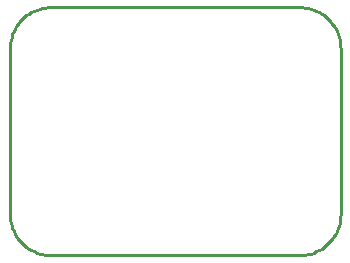
<source format=gko>
G04*
G04 #@! TF.GenerationSoftware,Altium Limited,Altium Designer,18.0.7 (293)*
G04*
G04 Layer_Color=16711935*
%FSLAX25Y25*%
%MOIN*%
G70*
G01*
G75*
%ADD12C,0.01000*%
D12*
X0Y13780D02*
X35Y12797D01*
X140Y11818D01*
X315Y10851D01*
X558Y9897D01*
X869Y8964D01*
X1245Y8055D01*
X1685Y7176D01*
X2187Y6330D01*
X2748Y5522D01*
X3366Y4756D01*
X4036Y4036D01*
X4756Y3366D01*
X5522Y2748D01*
X6330Y2187D01*
X7176Y1685D01*
X8055Y1245D01*
X8964Y869D01*
X9897Y558D01*
X10851Y315D01*
X11818Y140D01*
X12797Y35D01*
X13780Y0D01*
X96457D02*
X97440Y35D01*
X98418Y140D01*
X99386Y315D01*
X100339Y558D01*
X101272Y869D01*
X102181Y1245D01*
X103060Y1685D01*
X103907Y2187D01*
X104715Y2748D01*
X105480Y3366D01*
X106200Y4036D01*
X106871Y4756D01*
X107488Y5522D01*
X108049Y6330D01*
X108551Y7176D01*
X108991Y8055D01*
X109367Y8964D01*
X109678Y9897D01*
X109921Y10851D01*
X110096Y11818D01*
X110201Y12797D01*
X110236Y13780D01*
Y68898D02*
X110201Y69881D01*
X110096Y70859D01*
X109921Y71827D01*
X109678Y72780D01*
X109367Y73713D01*
X108991Y74622D01*
X108551Y75502D01*
X108049Y76347D01*
X107488Y77155D01*
X106871Y77921D01*
X106200Y78641D01*
X105480Y79312D01*
X104715Y79929D01*
X103907Y80490D01*
X103060Y80992D01*
X102181Y81432D01*
X101272Y81808D01*
X100339Y82119D01*
X99386Y82362D01*
X98418Y82537D01*
X97440Y82642D01*
X96457Y82677D01*
X13780D02*
X12797Y82642D01*
X11818Y82537D01*
X10851Y82362D01*
X9897Y82119D01*
X8964Y81808D01*
X8055Y81432D01*
X7176Y80992D01*
X6330Y80490D01*
X5522Y79929D01*
X4756Y79312D01*
X4036Y78641D01*
X3366Y77921D01*
X2748Y77155D01*
X2187Y76347D01*
X1685Y75502D01*
X1245Y74622D01*
X869Y73713D01*
X558Y72780D01*
X315Y71827D01*
X140Y70859D01*
X35Y69881D01*
X0Y68898D01*
X13780Y0D02*
X96457D01*
X110236Y13780D02*
Y68898D01*
X13780Y82677D02*
X96457D01*
X0Y13780D02*
Y68898D01*
M02*

</source>
